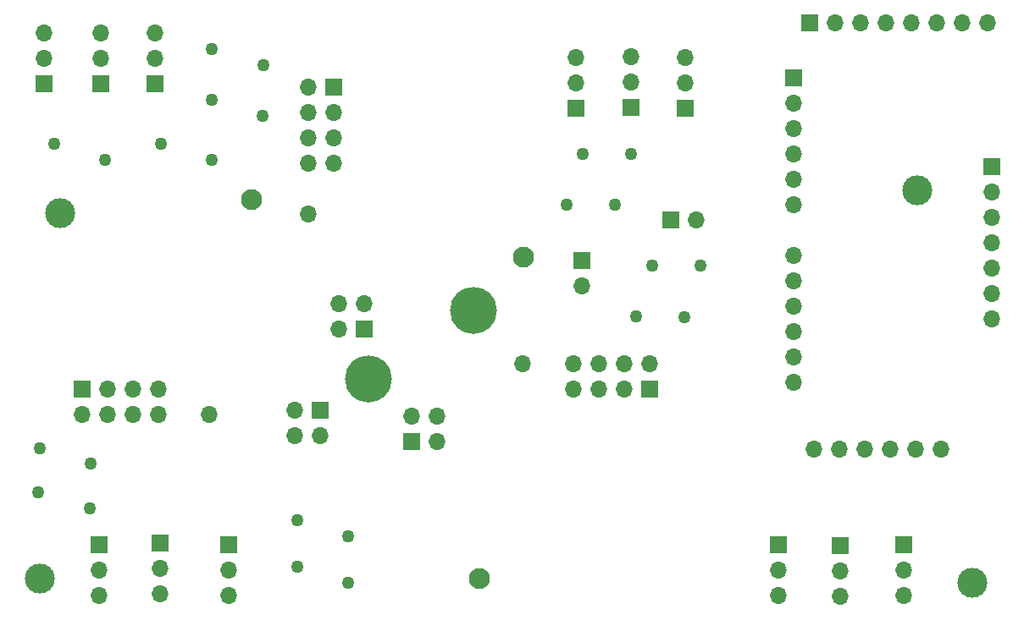
<source format=gbr>
%TF.GenerationSoftware,KiCad,Pcbnew,8.0.2*%
%TF.CreationDate,2024-07-21T17:00:07+02:00*%
%TF.ProjectId,CzlapCzlapBOT,437a6c61-7043-47a6-9c61-70424f542e6b,rev?*%
%TF.SameCoordinates,Original*%
%TF.FileFunction,Soldermask,Top*%
%TF.FilePolarity,Negative*%
%FSLAX46Y46*%
G04 Gerber Fmt 4.6, Leading zero omitted, Abs format (unit mm)*
G04 Created by KiCad (PCBNEW 8.0.2) date 2024-07-21 17:00:07*
%MOMM*%
%LPD*%
G01*
G04 APERTURE LIST*
%ADD10C,1.270000*%
%ADD11C,3.000000*%
%ADD12C,2.100000*%
%ADD13O,1.700000X1.700000*%
%ADD14R,1.700000X1.700000*%
%ADD15C,3.100000*%
%ADD16C,4.700000*%
G04 APERTURE END LIST*
D10*
%TO.C,F3*%
X63195200Y-112064800D03*
X58095200Y-110464800D03*
%TD*%
D11*
%TO.C,REF\u002A\u002A*%
X128574800Y-124561600D03*
%TD*%
D12*
%TO.C,U6*%
X62057400Y-125494400D03*
D13*
X45085400Y-147024400D03*
D14*
X45085400Y-144484400D03*
D13*
X47625400Y-147024400D03*
X47625400Y-144484400D03*
X50165400Y-147024400D03*
X50165400Y-144484400D03*
X52705400Y-147024400D03*
X52705400Y-144484400D03*
X57787400Y-147024400D03*
%TD*%
D10*
%TO.C,F11*%
X71729600Y-159207200D03*
X66629600Y-157607200D03*
%TD*%
D15*
%TO.C,+1*%
X73710800Y-143459200D03*
D16*
X73710800Y-143459200D03*
%TD*%
D14*
%TO.C,J21*%
X117881400Y-107823000D03*
D13*
X120421400Y-107823000D03*
X122961400Y-107823000D03*
X125501400Y-107823000D03*
X128041400Y-107823000D03*
X130581400Y-107823000D03*
X133121400Y-107823000D03*
X135661400Y-107823000D03*
%TD*%
D10*
%TO.C,F9*%
X93548200Y-126060200D03*
X95148200Y-120960200D03*
%TD*%
D11*
%TO.C,REF\u002A\u002A*%
X134061200Y-163830000D03*
%TD*%
D14*
%TO.C,M_D1*%
X52882800Y-159918400D03*
D13*
X52882800Y-162458400D03*
X52882800Y-164998400D03*
%TD*%
D10*
%TO.C,F4*%
X40843200Y-150368000D03*
X45943200Y-151968000D03*
%TD*%
D14*
%TO.C,S_B1*%
X105410000Y-116332000D03*
D13*
X105410000Y-113792000D03*
X105410000Y-111252000D03*
%TD*%
D14*
%TO.C,U8*%
X136022878Y-122228574D03*
D13*
X136022878Y-124768574D03*
X136022878Y-127308574D03*
X136022878Y-129848574D03*
X136022878Y-132388574D03*
X136022878Y-134928574D03*
X136022878Y-137468574D03*
D14*
X116210878Y-113338574D03*
D13*
X116210878Y-115878574D03*
X116210878Y-118418574D03*
X116210878Y-120958574D03*
X116210878Y-123498574D03*
X116210878Y-126038574D03*
X116210878Y-131118574D03*
X116210878Y-133658574D03*
X116210878Y-136198574D03*
X116210878Y-138738574D03*
X116210878Y-141278574D03*
X116210878Y-143818574D03*
X118268278Y-150498774D03*
X120808278Y-150498774D03*
X123348278Y-150498774D03*
X125888278Y-150498774D03*
X128428278Y-150498774D03*
X130968278Y-150498774D03*
%TD*%
D14*
%TO.C,M_A1*%
X46990000Y-113893600D03*
D13*
X46990000Y-111353600D03*
X46990000Y-108813600D03*
%TD*%
D10*
%TO.C,F6*%
X100457000Y-137236200D03*
X102057000Y-132136200D03*
%TD*%
D14*
%TO.C,M_B1*%
X99974400Y-116281200D03*
D13*
X99974400Y-113741200D03*
X99974400Y-111201200D03*
%TD*%
D14*
%TO.C,F_D1*%
X59740800Y-160020000D03*
D13*
X59740800Y-162560000D03*
X59740800Y-165100000D03*
%TD*%
D14*
%TO.C,F_A1*%
X52425600Y-113893600D03*
D13*
X52425600Y-111353600D03*
X52425600Y-108813600D03*
%TD*%
D14*
%TO.C,M_C1*%
X120906404Y-160187165D03*
D13*
X120906404Y-162727165D03*
X120906404Y-165267165D03*
%TD*%
D14*
%TO.C,F_C1*%
X114706400Y-160020000D03*
D13*
X114706400Y-162560000D03*
X114706400Y-165100000D03*
%TD*%
D14*
%TO.C,S_A1*%
X41300400Y-113893600D03*
D13*
X41300400Y-111353600D03*
X41300400Y-108813600D03*
%TD*%
D14*
%TO.C,11v1_1*%
X95046800Y-131597400D03*
D13*
X95046800Y-134137400D03*
%TD*%
D11*
%TO.C,REF\u002A\u002A*%
X40843200Y-163474400D03*
%TD*%
D10*
%TO.C,F12*%
X71729600Y-163830000D03*
X66629600Y-162230000D03*
%TD*%
D14*
%TO.C,JUMPER1*%
X103982600Y-127558800D03*
D13*
X106522600Y-127558800D03*
%TD*%
D14*
%TO.C,S_D1*%
X46786800Y-160020000D03*
D13*
X46786800Y-162560000D03*
X46786800Y-165100000D03*
%TD*%
D15*
%TO.C,-1*%
X84201000Y-136575800D03*
D16*
X84201000Y-136575800D03*
%TD*%
D10*
%TO.C,F8*%
X98348800Y-126060200D03*
X99948800Y-120960200D03*
%TD*%
D11*
%TO.C,REF\u002A\u002A*%
X42926000Y-126898400D03*
%TD*%
D14*
%TO.C,J6*%
X73304400Y-138430000D03*
D13*
X70764400Y-138430000D03*
X73304400Y-135890000D03*
X70764400Y-135890000D03*
%TD*%
D12*
%TO.C,U5*%
X84856200Y-163466200D03*
D13*
X101828200Y-141936200D03*
D14*
X101828200Y-144476200D03*
D13*
X99288200Y-141936200D03*
X99288200Y-144476200D03*
X96748200Y-141936200D03*
X96748200Y-144476200D03*
X94208200Y-141936200D03*
X94208200Y-144476200D03*
X89126200Y-141936200D03*
%TD*%
D14*
%TO.C,J8*%
X68884800Y-146583400D03*
D13*
X68884800Y-149123400D03*
X66344800Y-146583400D03*
X66344800Y-149123400D03*
%TD*%
D10*
%TO.C,F10*%
X40741600Y-154787600D03*
X45841600Y-156387600D03*
%TD*%
%TO.C,F7*%
X52984400Y-119938800D03*
X58084400Y-121538800D03*
%TD*%
%TO.C,F5*%
X105283000Y-137261600D03*
X106883000Y-132161600D03*
%TD*%
%TO.C,F2*%
X63144400Y-117094000D03*
X58044400Y-115494000D03*
%TD*%
%TO.C,F1*%
X47396400Y-121564400D03*
X42296400Y-119964400D03*
%TD*%
D14*
%TO.C,J7*%
X78079600Y-149758400D03*
D13*
X78079600Y-147218400D03*
X80619600Y-149758400D03*
X80619600Y-147218400D03*
%TD*%
D14*
%TO.C,F_B1*%
X94488000Y-116332000D03*
D13*
X94488000Y-113792000D03*
X94488000Y-111252000D03*
%TD*%
D12*
%TO.C,U4*%
X89247400Y-131247000D03*
D13*
X67717400Y-114275000D03*
D14*
X70257400Y-114275000D03*
D13*
X67717400Y-116815000D03*
X70257400Y-116815000D03*
X67717400Y-119355000D03*
X70257400Y-119355000D03*
X67717400Y-121895000D03*
X70257400Y-121895000D03*
X67717400Y-126977000D03*
%TD*%
D14*
%TO.C,S_C1*%
X127254000Y-160070800D03*
D13*
X127254000Y-162610800D03*
X127254000Y-165150800D03*
%TD*%
M02*

</source>
